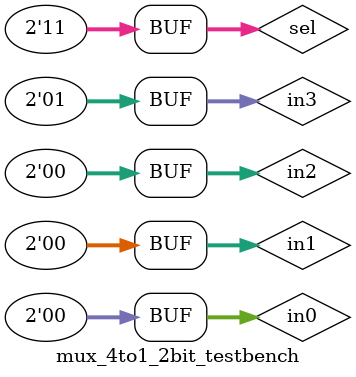
<source format=v>

`define DELAY 20
module mux_4to1_2bit_testbench();

reg [1:0] in3;
reg [1:0] in2;
reg [1:0] in1;
reg [1:0] in0;
reg [1:0] sel;
wire [1:0] out;

mux_4to1_2bit test_mux (
	.out(out),
	.in3(in3),
	.in2(in2),
	.in1(in1),
	.in0(in0),
	.sel(sel)
	);

initial begin
	sel = 2'b00; in3 = 2'b00; in2 = 2'b00; in1 = 2'b00; in0 = 2'b01;  
	#`DELAY;
	sel = 2'b01; in3 = 2'b00; in2 = 2'b00; in1 = 2'b01; in0 = 2'b00;  
	#`DELAY;
	sel = 2'b10; in3 = 2'b00; in2 = 2'b01; in1 = 2'b00; in0 = 2'b00;  
	#`DELAY;
	sel = 2'b11; in3 = 2'b01; in2 = 2'b00; in1 = 2'b00; in0 = 2'b00;
end
 
 
initial
begin
	$monitor("sel = %2b, in3 = %2b, in2 = %2b, in1 = %2b, in0 = %2b, out = %2b", sel, in3, in2, in1, in0, out);
end
 
endmodule

</source>
